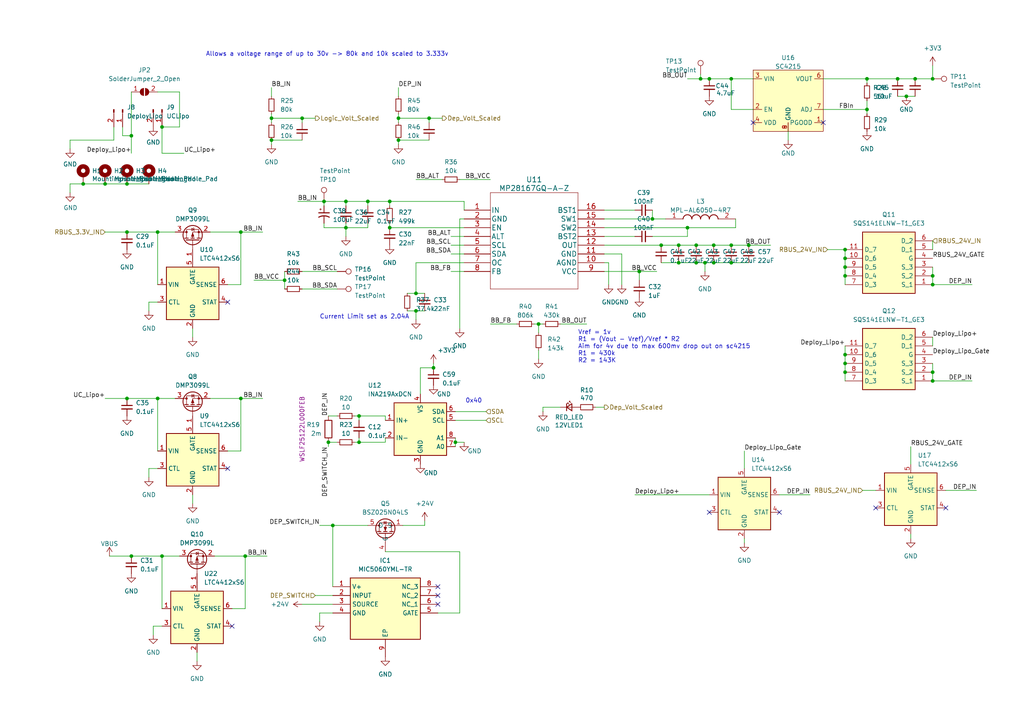
<source format=kicad_sch>
(kicad_sch (version 20231120) (generator "eeschema") (generator_version "8.0")
  (paper "A4")
  (junction (at 270.51 110.49))
  (junction (at 251.46 22.86))
  (junction (at 201.93 71.12))
  (junction (at 87.63 34.29))
  (junction (at 124.46 34.29))
  (junction (at 270.51 22.86))
  (junction (at 78.74 34.29))
  (junction (at 189.23 63.5))
  (junction (at 24.13 53.34))
  (junction (at 38.1 161.29))
  (junction (at 199.39 66.04))
  (junction (at 270.51 107.95))
  (junction (at 245.11 105.41))
  (junction (at 217.17 71.12))
  (junction (at 132.08 128.27))
  (junction (at 45.72 67.31))
  (junction (at 212.09 76.2))
  (junction (at 120.65 85.09))
  (junction (at 245.11 102.87))
  (junction (at 71.12 161.29))
  (junction (at 115.57 34.29))
  (junction (at 212.09 71.12))
  (junction (at 245.11 72.39))
  (junction (at 100.33 58.42))
  (junction (at 120.65 90.17))
  (junction (at 38.1 39.37))
  (junction (at 106.68 58.42))
  (junction (at 82.55 81.28))
  (junction (at 104.14 120.65))
  (junction (at 207.01 76.2))
  (junction (at 36.83 67.31))
  (junction (at 196.85 76.2))
  (junction (at 260.35 22.86))
  (junction (at 156.21 93.98))
  (junction (at 93.98 58.42))
  (junction (at 96.52 152.4))
  (junction (at 45.72 115.57))
  (junction (at 113.03 58.42))
  (junction (at 201.93 76.2))
  (junction (at 203.2 22.86))
  (junction (at 69.85 67.31))
  (junction (at 245.11 80.01))
  (junction (at 270.51 80.01))
  (junction (at 205.74 22.86))
  (junction (at 262.89 27.94))
  (junction (at 36.83 115.57))
  (junction (at 270.51 82.55))
  (junction (at 78.74 40.64))
  (junction (at 125.73 106.68))
  (junction (at 204.47 76.2))
  (junction (at 95.25 128.27))
  (junction (at 69.85 115.57))
  (junction (at 115.57 40.64))
  (junction (at 251.46 31.75))
  (junction (at 46.99 161.29))
  (junction (at 100.33 66.04))
  (junction (at 36.83 53.34))
  (junction (at 191.77 71.12))
  (junction (at 207.01 71.12))
  (junction (at 104.14 128.27))
  (junction (at 185.42 78.74))
  (junction (at 30.48 53.34))
  (junction (at 196.85 71.12))
  (junction (at 245.11 107.95))
  (junction (at 265.43 22.86))
  (junction (at 245.11 77.47))
  (junction (at 46.99 36.83))
  (junction (at 245.11 74.93))
  (junction (at 113.03 66.04))
  (junction (at 212.09 22.86))
  (no_connect (at 226.06 148.59))
  (no_connect (at 205.74 148.59))
  (no_connect (at 67.31 181.61))
  (no_connect (at 127 170.18))
  (no_connect (at 274.32 147.32))
  (no_connect (at 66.04 135.89))
  (no_connect (at 238.76 35.56))
  (no_connect (at 218.44 35.56))
  (no_connect (at 127 175.26))
  (no_connect (at 127 172.72))
  (no_connect (at 254 147.32))
  (no_connect (at 66.04 87.63))
  (wire (pts (xy 270.51 80.01) (xy 270.51 82.55)))
  (wire (pts (xy 78.74 34.29) (xy 87.63 34.29)))
  (wire (pts (xy 113.03 58.42) (xy 134.62 58.42)))
  (wire (pts (xy 132.08 127) (xy 132.08 128.27)))
  (wire (pts (xy 87.63 83.82) (xy 97.79 83.82)))
  (wire (pts (xy 71.12 161.29) (xy 71.12 176.53)))
  (wire (pts (xy 45.72 115.57) (xy 45.72 130.81)))
  (wire (pts (xy 191.77 76.2) (xy 196.85 76.2)))
  (wire (pts (xy 82.55 78.74) (xy 82.55 81.28)))
  (wire (pts (xy 104.14 127) (xy 104.14 128.27)))
  (wire (pts (xy 207.01 76.2) (xy 212.09 76.2)))
  (wire (pts (xy 104.14 128.27) (xy 111.76 128.27)))
  (wire (pts (xy 124.46 35.56) (xy 124.46 34.29)))
  (wire (pts (xy 111.76 120.65) (xy 111.76 121.92)))
  (wire (pts (xy 130.81 68.58) (xy 134.62 68.58)))
  (wire (pts (xy 120.65 85.09) (xy 123.19 85.09)))
  (wire (pts (xy 212.09 71.12) (xy 217.17 71.12)))
  (wire (pts (xy 60.96 67.31) (xy 69.85 67.31)))
  (wire (pts (xy 111.76 128.27) (xy 111.76 127)))
  (wire (pts (xy 251.46 22.86) (xy 251.46 24.13)))
  (wire (pts (xy 100.33 66.04) (xy 106.68 66.04)))
  (wire (pts (xy 100.33 66.04) (xy 100.33 64.77)))
  (wire (pts (xy 124.46 34.29) (xy 128.27 34.29)))
  (wire (pts (xy 245.11 77.47) (xy 245.11 80.01)))
  (wire (pts (xy 38.1 39.37) (xy 38.1 44.45)))
  (wire (pts (xy 78.74 40.64) (xy 87.63 40.64)))
  (wire (pts (xy 106.68 58.42) (xy 100.33 58.42)))
  (wire (pts (xy 71.12 176.53) (xy 67.31 176.53)))
  (wire (pts (xy 133.35 52.07) (xy 142.24 52.07)))
  (wire (pts (xy 228.6 40.64) (xy 228.6 38.1)))
  (wire (pts (xy 132.08 128.27) (xy 134.62 128.27)))
  (wire (pts (xy 100.33 66.04) (xy 100.33 68.58)))
  (wire (pts (xy 217.17 71.12) (xy 223.52 71.12)))
  (wire (pts (xy 93.98 66.04) (xy 93.98 64.77)))
  (wire (pts (xy 212.09 22.86) (xy 212.09 31.75)))
  (wire (pts (xy 20.32 40.64) (xy 33.02 40.64)))
  (wire (pts (xy 213.36 66.04) (xy 213.36 63.5)))
  (wire (pts (xy 175.26 78.74) (xy 185.42 78.74)))
  (wire (pts (xy 115.57 34.29) (xy 115.57 33.02)))
  (wire (pts (xy 20.32 53.34) (xy 20.32 55.88)))
  (wire (pts (xy 20.32 40.64) (xy 20.32 43.18)))
  (wire (pts (xy 121.92 114.3) (xy 121.92 106.68)))
  (wire (pts (xy 238.76 22.86) (xy 251.46 22.86)))
  (wire (pts (xy 264.16 129.54) (xy 264.16 134.62)))
  (wire (pts (xy 106.68 66.04) (xy 106.68 64.77)))
  (wire (pts (xy 100.33 58.42) (xy 100.33 59.69)))
  (wire (pts (xy 36.83 67.31) (xy 45.72 67.31)))
  (wire (pts (xy 130.81 78.74) (xy 134.62 78.74)))
  (wire (pts (xy 38.1 26.67) (xy 38.1 39.37)))
  (wire (pts (xy 71.12 161.29) (xy 77.47 161.29)))
  (wire (pts (xy 115.57 40.64) (xy 115.57 41.91)))
  (wire (pts (xy 43.18 90.17) (xy 43.18 87.63)))
  (wire (pts (xy 120.65 52.07) (xy 128.27 52.07)))
  (wire (pts (xy 212.09 22.86) (xy 218.44 22.86)))
  (wire (pts (xy 92.71 180.34) (xy 92.71 177.8)))
  (wire (pts (xy 175.26 76.2) (xy 176.53 76.2)))
  (wire (pts (xy 52.07 26.67) (xy 52.07 36.83)))
  (wire (pts (xy 69.85 67.31) (xy 76.2 67.31)))
  (wire (pts (xy 204.47 76.2) (xy 207.01 76.2)))
  (wire (pts (xy 106.68 58.42) (xy 106.68 59.69)))
  (wire (pts (xy 175.26 71.12) (xy 191.77 71.12)))
  (wire (pts (xy 199.39 66.04) (xy 213.36 66.04)))
  (wire (pts (xy 226.06 143.51) (xy 234.95 143.51)))
  (wire (pts (xy 185.42 78.74) (xy 185.42 81.28)))
  (wire (pts (xy 91.44 172.72) (xy 96.52 172.72)))
  (wire (pts (xy 115.57 40.64) (xy 124.46 40.64)))
  (wire (pts (xy 133.35 63.5) (xy 133.35 95.25)))
  (wire (pts (xy 30.48 67.31) (xy 36.83 67.31)))
  (wire (pts (xy 281.94 110.49) (xy 270.51 110.49)))
  (wire (pts (xy 245.11 102.87) (xy 245.11 105.41)))
  (wire (pts (xy 115.57 25.4) (xy 115.57 27.94)))
  (wire (pts (xy 55.88 95.25) (xy 55.88 97.79)))
  (wire (pts (xy 57.15 189.23) (xy 57.15 191.77)))
  (wire (pts (xy 132.08 121.92) (xy 140.97 121.92)))
  (wire (pts (xy 154.94 93.98) (xy 156.21 93.98)))
  (wire (pts (xy 92.71 177.8) (xy 96.52 177.8)))
  (wire (pts (xy 203.2 22.86) (xy 205.74 22.86)))
  (wire (pts (xy 133.35 160.02) (xy 133.35 177.8)))
  (wire (pts (xy 251.46 29.21) (xy 251.46 31.75)))
  (wire (pts (xy 245.11 107.95) (xy 245.11 110.49)))
  (wire (pts (xy 35.56 39.37) (xy 35.56 36.83)))
  (wire (pts (xy 43.18 87.63) (xy 45.72 87.63)))
  (wire (pts (xy 38.1 161.29) (xy 46.99 161.29)))
  (wire (pts (xy 45.72 67.31) (xy 45.72 82.55)))
  (wire (pts (xy 44.45 181.61) (xy 46.99 181.61)))
  (wire (pts (xy 120.65 90.17) (xy 120.65 92.71)))
  (wire (pts (xy 69.85 130.81) (xy 66.04 130.81)))
  (wire (pts (xy 270.51 107.95) (xy 270.51 110.49)))
  (wire (pts (xy 86.36 58.42) (xy 93.98 58.42)))
  (wire (pts (xy 78.74 25.4) (xy 78.74 27.94)))
  (wire (pts (xy 36.83 115.57) (xy 45.72 115.57)))
  (wire (pts (xy 201.93 76.2) (xy 204.47 76.2)))
  (wire (pts (xy 175.26 68.58) (xy 184.15 68.58)))
  (wire (pts (xy 45.72 26.67) (xy 52.07 26.67)))
  (wire (pts (xy 245.11 74.93) (xy 245.11 77.47)))
  (wire (pts (xy 203.2 21.59) (xy 203.2 22.86)))
  (wire (pts (xy 44.45 184.15) (xy 44.45 181.61)))
  (wire (pts (xy 274.32 142.24) (xy 283.21 142.24)))
  (wire (pts (xy 69.85 67.31) (xy 69.85 82.55)))
  (wire (pts (xy 78.74 34.29) (xy 78.74 33.02)))
  (wire (pts (xy 125.73 105.41) (xy 125.73 106.68)))
  (wire (pts (xy 260.35 27.94) (xy 262.89 27.94)))
  (wire (pts (xy 250.19 142.24) (xy 254 142.24)))
  (wire (pts (xy 142.24 93.98) (xy 149.86 93.98)))
  (wire (pts (xy 95.25 120.65) (xy 97.79 120.65)))
  (wire (pts (xy 35.56 39.37) (xy 38.1 39.37)))
  (wire (pts (xy 270.51 19.05) (xy 270.51 22.86)))
  (wire (pts (xy 46.99 161.29) (xy 52.07 161.29)))
  (wire (pts (xy 180.34 73.66) (xy 180.34 82.55)))
  (wire (pts (xy 212.09 31.75) (xy 218.44 31.75)))
  (wire (pts (xy 207.01 71.12) (xy 212.09 71.12)))
  (wire (pts (xy 205.74 22.86) (xy 212.09 22.86)))
  (wire (pts (xy 121.92 106.68) (xy 125.73 106.68)))
  (wire (pts (xy 87.63 35.56) (xy 87.63 34.29)))
  (wire (pts (xy 270.51 69.85) (xy 270.51 72.39)))
  (wire (pts (xy 116.84 152.4) (xy 123.19 152.4)))
  (wire (pts (xy 238.76 31.75) (xy 251.46 31.75)))
  (wire (pts (xy 184.15 143.51) (xy 205.74 143.51)))
  (wire (pts (xy 95.25 128.27) (xy 97.79 128.27)))
  (wire (pts (xy 245.11 80.01) (xy 245.11 82.55)))
  (wire (pts (xy 113.03 64.77) (xy 113.03 66.04)))
  (wire (pts (xy 45.72 115.57) (xy 50.8 115.57)))
  (wire (pts (xy 215.9 130.81) (xy 215.9 135.89)))
  (wire (pts (xy 111.76 160.02) (xy 133.35 160.02)))
  (wire (pts (xy 260.35 22.86) (xy 265.43 22.86)))
  (wire (pts (xy 93.98 66.04) (xy 100.33 66.04)))
  (wire (pts (xy 73.66 81.28) (xy 82.55 81.28)))
  (wire (pts (xy 262.89 27.94) (xy 265.43 27.94)))
  (wire (pts (xy 162.56 93.98) (xy 170.18 93.98)))
  (wire (pts (xy 199.39 22.86) (xy 203.2 22.86)))
  (wire (pts (xy 123.19 151.13) (xy 123.19 152.4)))
  (wire (pts (xy 130.81 71.12) (xy 134.62 71.12)))
  (wire (pts (xy 245.11 105.41) (xy 245.11 107.95)))
  (wire (pts (xy 100.33 58.42) (xy 93.98 58.42)))
  (wire (pts (xy 36.83 53.34) (xy 43.18 53.34)))
  (wire (pts (xy 175.26 63.5) (xy 189.23 63.5)))
  (wire (pts (xy 264.16 154.94) (xy 264.16 156.21)))
  (wire (pts (xy 96.52 152.4) (xy 96.52 170.18)))
  (wire (pts (xy 176.53 76.2) (xy 176.53 82.55)))
  (wire (pts (xy 196.85 71.12) (xy 201.93 71.12)))
  (wire (pts (xy 43.18 135.89) (xy 45.72 135.89)))
  (wire (pts (xy 156.21 93.98) (xy 157.48 93.98)))
  (wire (pts (xy 82.55 81.28) (xy 82.55 83.82)))
  (wire (pts (xy 245.11 72.39) (xy 245.11 74.93)))
  (wire (pts (xy 115.57 35.56) (xy 115.57 34.29)))
  (wire (pts (xy 102.87 128.27) (xy 104.14 128.27)))
  (wire (pts (xy 87.63 78.74) (xy 97.79 78.74)))
  (wire (pts (xy 196.85 76.2) (xy 201.93 76.2)))
  (wire (pts (xy 133.35 63.5) (xy 134.62 63.5)))
  (wire (pts (xy 120.65 90.17) (xy 123.19 90.17)))
  (wire (pts (xy 162.56 118.11) (xy 157.48 118.11)))
  (wire (pts (xy 215.9 156.21) (xy 215.9 157.48)))
  (wire (pts (xy 132.08 119.38) (xy 140.97 119.38)))
  (wire (pts (xy 69.85 115.57) (xy 76.2 115.57)))
  (wire (pts (xy 157.48 118.11) (xy 157.48 119.38)))
  (wire (pts (xy 78.74 35.56) (xy 78.74 34.29)))
  (wire (pts (xy 175.26 66.04) (xy 199.39 66.04)))
  (wire (pts (xy 46.99 36.83) (xy 46.99 44.45)))
  (wire (pts (xy 120.65 76.2) (xy 134.62 76.2)))
  (wire (pts (xy 185.42 78.74) (xy 190.5 78.74)))
  (wire (pts (xy 30.48 115.57) (xy 36.83 115.57)))
  (wire (pts (xy 189.23 63.5) (xy 193.04 63.5)))
  (wire (pts (xy 46.99 44.45) (xy 53.34 44.45)))
  (wire (pts (xy 52.07 36.83) (xy 46.99 36.83)))
  (wire (pts (xy 92.71 152.4) (xy 96.52 152.4)))
  (wire (pts (xy 156.21 93.98) (xy 156.21 96.52)))
  (wire (pts (xy 270.51 97.79) (xy 270.51 100.33)))
  (wire (pts (xy 62.23 161.29) (xy 71.12 161.29)))
  (wire (pts (xy 30.48 53.34) (xy 36.83 53.34)))
  (wire (pts (xy 95.25 128.27) (xy 95.25 129.54)))
  (wire (pts (xy 130.81 73.66) (xy 134.62 73.66)))
  (wire (pts (xy 87.63 175.26) (xy 96.52 175.26)))
  (wire (pts (xy 43.18 138.43) (xy 43.18 135.89)))
  (wire (pts (xy 270.51 105.41) (xy 270.51 107.95)))
  (wire (pts (xy 204.47 76.2) (xy 204.47 78.74)))
  (wire (pts (xy 270.51 82.55) (xy 281.94 82.55)))
  (wire (pts (xy 156.21 101.6) (xy 156.21 104.14)))
  (wire (pts (xy 31.75 161.29) (xy 38.1 161.29)))
  (wire (pts (xy 46.99 161.29) (xy 46.99 176.53)))
  (wire (pts (xy 189.23 63.5) (xy 189.23 60.96)))
  (wire (pts (xy 106.68 58.42) (xy 113.03 58.42)))
  (wire (pts (xy 270.51 77.47) (xy 270.51 80.01)))
  (wire (pts (xy 120.65 85.09) (xy 118.11 85.09)))
  (wire (pts (xy 175.26 60.96) (xy 184.15 60.96)))
  (wire (pts (xy 104.14 120.65) (xy 111.76 120.65)))
  (wire (pts (xy 96.52 152.4) (xy 106.68 152.4)))
  (wire (pts (xy 251.46 31.75) (xy 251.46 33.02)))
  (wire (pts (xy 93.98 58.42) (xy 93.98 59.69)))
  (wire (pts (xy 199.39 68.58) (xy 199.39 66.04)))
  (wire (pts (xy 113.03 58.42) (xy 113.03 59.69)))
  (wire (pts (xy 24.13 53.34) (xy 30.48 53.34)))
  (wire (pts (xy 191.77 71.12) (xy 196.85 71.12)))
  (wire (pts (xy 78.74 40.64) (xy 78.74 41.91)))
  (wire (pts (xy 212.09 76.2) (xy 217.17 76.2)))
  (wire (pts (xy 120.65 76.2) (xy 120.65 85.09)))
  (wire (pts (xy 175.26 118.11) (xy 172.72 118.11)))
  (wire (pts (xy 265.43 22.86) (xy 270.51 22.86)))
  (wire (pts (xy 60.96 115.57) (xy 69.85 115.57)))
  (wire (pts (xy 118.11 90.17) (xy 120.65 90.17)))
  (wire (pts (xy 251.46 22.86) (xy 260.35 22.86)))
  (wire (pts (xy 113.03 66.04) (xy 134.62 66.04)))
  (wire (pts (xy 102.87 120.65) (xy 104.14 120.65)))
  (wire (pts (xy 245.11 100.33) (xy 245.11 102.87)))
  (wire (pts (xy 104.14 120.65) (xy 104.14 121.92)))
  (wire (pts (xy 115.57 34.29) (xy 124.46 34.29)))
  (wire (pts (xy 133.35 177.8) (xy 127 177.8)))
  (wire (pts (xy 240.03 72.39) (xy 245.11 72.39)))
  (wire (pts (xy 175.26 73.66) (xy 180.34 73.66)))
  (wire (pts (xy 69.85 115.57) (xy 69.85 130.81)))
  (wire (pts (xy 55.88 143.51) (xy 55.88 146.05)))
  (wire (pts (xy 201.93 71.12) (xy 207.01 71.12)))
  (wire (pts (xy 24.13 53.34) (xy 20.32 53.34)))
  (wire (pts (xy 134.62 58.42) (xy 134.62 60.96)))
  (wire (pts (xy 189.23 68.58) (xy 199.39 68.58)))
  (wire (pts (xy 87.63 34.29) (xy 91.44 34.29)))
  (wire (pts (xy 33.02 40.64) (xy 33.02 36.83)))
  (wire (pts (xy 132.08 128.27) (xy 132.08 129.54)))
  (wire (pts (xy 45.72 67.31) (xy 50.8 67.31)))
  (wire (pts (xy 69.85 82.55) (xy 66.04 82.55)))
  (text "0x40" (at 137.414 116.332 0) (effects (font (size 1.27 1.27))))
  (text "Allows a voltage range of up to 30v -> 80k and 10k scaled to 3.333v" (at 59.69 16.51 0) (effects (font (size 1.27 1.27)) (justify left bottom)))
  (text "Vref = 1v\nR1 = (Vout - Vref)/Vref * R2\nAim for 4v due to max 600mv drop out on sc4215 \nR1 = 430k\nR2 = 143K" (at 167.64 105.41 0) (effects (font (size 1.27 1.27)) (justify left bottom)))
  (text "Current Limit set as 2.04A" (at 92.71 92.71 0) (effects (font (size 1.27 1.27)) (justify left bottom)))
  (label "RBUS_24V_GATE" (at 264.16 129.54 0))
  (label "Deploy_Lipo+" (at 38.1 44.45 180))
  (label "Deploy_Lipo+" (at 270.51 97.79 0))
  (label "BB_VCC" (at 190.5 78.74 180))
  (label "DEP_IN" (at 283.21 142.24 180))
  (label "BB_ALT" (at 120.65 52.07 0))
  (label "BB_IN" (at 78.74 25.4 0))
  (label "UC_Lipo+" (at 30.48 115.57 180))
  (label "DEP_IN" (at 95.25 120.65 90))
  (label "FBIn" (at 247.65 31.75 180))
  (label "BB_SDA" (at 97.79 83.82 180))
  (label "BB_SCL" (at 97.79 78.74 180))
  (label "DEP_SWITCH_IN" (at 95.25 129.54 270))
  (label "BB_OUT" (at 170.18 93.98 180))
  (label "BB_FB" (at 130.81 78.74 180))
  (label "DEP_IN" (at 234.95 143.51 180))
  (label "BB_IN" (at 76.2 67.31 180))
  (label "BB_OUT" (at 223.52 71.12 180))
  (label "BB_VCC" (at 142.24 52.07 180))
  (label "BB_IN" (at 77.47 161.29 180))
  (label "BB_OUT" (at 199.39 22.86 180))
  (label "BB_IN" (at 76.2 115.57 180))
  (label "Deploy_Lipo+" (at 245.11 100.33 180))
  (label "BB_FB" (at 142.24 93.98 0))
  (label "BB_ALT" (at 130.81 68.58 180))
  (label "BB_SDA" (at 130.81 73.66 180))
  (label "DEP_IN" (at 281.94 82.55 180))
  (label "DEP_IN" (at 281.94 110.49 180))
  (label "Deploy_Lipo_Gate" (at 270.51 102.87 0))
  (label "UC_Lipo+" (at 53.34 44.45 0))
  (label "BB_IN" (at 86.36 58.42 0))
  (label "BB_VCC" (at 73.66 81.28 0))
  (label "BB_SCL" (at 130.81 71.12 180))
  (label "Deploy_Lipo+" (at 184.15 143.51 0))
  (label "RBUS_24V_GATE" (at 270.51 74.93 0))
  (label "DEP_IN" (at 115.57 25.4 0))
  (label "DEP_SWITCH_IN" (at 92.71 152.4 180))
  (label "Deploy_Lipo_Gate" (at 215.9 130.81 0))
  (hierarchical_label "DEP_SWITCH" (shape input) (at 91.44 172.72 180))
  (hierarchical_label "Dep_Volt_Scaled" (shape output) (at 128.27 34.29 0))
  (hierarchical_label "SDA" (shape input) (at 140.97 119.38 0))
  (hierarchical_label "RBUS_3.3V_IN" (shape input) (at 30.48 67.31 180))
  (hierarchical_label "RBUS_24V_IN" (shape input) (at 250.19 142.24 180))
  (hierarchical_label "RBUS_24V_IN" (shape input) (at 240.03 72.39 180))
  (hierarchical_label "Dep_Volt_Scaled" (shape output) (at 175.26 118.11 0))
  (hierarchical_label "RBUS_24V_IN" (shape input) (at 270.51 69.85 0))
  (hierarchical_label "SCL" (shape input) (at 140.97 121.92 0))
  (hierarchical_label "Logic_Volt_Scaled" (shape output) (at 91.44 34.29 0))
  (symbol (lib_id "Device:R") (at 95.25 124.46 0) (unit 1)
    (property "Reference" "R19" (at 88.9 123.19 0) (effects (justify left)))
    (property "Value" "2m" (at 90.17 125.73 0) (effects (justify left)))
    (property "Footprint" "Resistor_SMD:R_2512_6332Metric_Pad1.40x3.35mm_HandSolder" (effects (hide yes)))
    (property "Part Number" "WSLF25122L000FEB" (at 87.63 124.46 90))
  )
  (symbol (lib_id "Device:C_Small") (at 113.03 68.58 0) (unit 1)
    (property "Reference" "C30" (at 115.57 67.9513 0) (effects (justify left)))
    (property "Value" "22nF" (at 115.57 70.4913 0) (effects (justify left)))
    (property "Footprint" "Capacitor_SMD:C_0402_1005Metric" (effects (hide yes)))
  )
  (symbol (lib_id "Device:R_Small") (at 85.09 83.82 90) (unit 1)
    (property "Reference" "R44" (at 85.09 78.74 90))
    (property "Value" "10k" (at 85.09 81.28 90))
    (property "Footprint" "Capacitor_SMD:C_0402_1005Metric" (effects (hide yes)))
  )
  (symbol (lib_id "Connector:TestPoint") (at 203.2 21.59 0) (unit 1)
    (property "Reference" "TP13" (at 193.04 17.78 0) (effects (justify left)))
    (property "Value" "TestPoint" (at 193.04 20.3169 0) (effects (justify left)))
    (property "Footprint" "TestPoint:TestPoint_Pad_D2.0mm" (effects (hide yes)))
  )
  (symbol (lib_id "Device:Q_PMOS_GSD") (at 55.88 118.11 90) (unit 1)
    (property "Reference" "Q8" (at 55.88 109.22 90))
    (property "Value" "DMP3099L" (at 55.88 111.76 90))
    (property "Footprint" "Package_TO_SOT_SMD:SOT-23" (effects (hide yes)))
  )
  (symbol (lib_id "power:VBUS") (at 31.75 161.29 0) (unit 1)
    (property "Reference" "#PWR0135" (effects (hide yes)))
    (property "Value" "VBUS" (at 31.75 157.7142 0))
  )
  (symbol (lib_id "Device:C_Small") (at 265.43 25.4 180) (unit 1)
    (property "Reference" "C46" (effects (hide yes)))
    (property "Value" "0.1uF" (effects (hide yes)))
    (property "Footprint" "Capacitor_SMD:C_0402_1005Metric" (effects (hide yes)))
  )
  (symbol (lib_id "Device:R_Small") (at 118.11 87.63 0) (unit 1)
    (property "Reference" "R37" (at 120.65 86.995 0) (effects (justify left)))
    (property "Value" "37.4k" (at 120.65 89.535 0) (effects (justify left)))
    (property "Footprint" "Capacitor_SMD:C_0402_1005Metric" (effects (hide yes)))
  )
  (symbol (lib_id "Device:C_Small") (at 100.33 62.23 0) (unit 1)
    (property "Reference" "C36" (at 102.87 61.6013 0) (effects (justify left)))
    (property "Value" "22uF" (at 102.87 64.1413 0) (effects (justify left)))
    (property "Footprint" "Capacitor_SMD:C_0805_2012Metric" (effects (hide yes)))
  )
  (symbol (lib_id "Device:R_Small") (at 113.03 62.23 0) (unit 1)
    (property "Reference" "R27" (at 115.57 61.595 0) (effects (justify left)))
    (property "Value" "499k" (at 115.57 64.135 0) (effects (justify left)))
    (property "Footprint" "Capacitor_SMD:C_0402_1005Metric" (effects (hide yes)))
  )
  (symbol (lib_id "Device:C_Small") (at 217.17 73.66 0) (unit 1)
    (property "Reference" "C57" (at 219.71 73.0313 0) (effects (justify left)))
    (property "Value" "22uF" (at 219.71 75.5713 0) (effects (justify left)))
    (property "Footprint" "Capacitor_SMD:C_0402_1005Metric" (effects (hide yes)))
  )
  (symbol (lib_id "power:GND") (at 264.16 156.21 0) (unit 1)
    (property "Reference" "#PWR0109" (effects (hide yes)))
    (property "Value" "GND" (at 264.16 161.29 0))
  )
  (symbol (lib_id "Device:R_Small") (at 115.57 30.48 0) (unit 1)
    (property "Reference" "R45" (at 118.11 29.2099 0) (effects (justify left)))
    (property "Value" "80k" (at 118.11 31.7499 0) (effects (justify left)))
    (property "Footprint" "Resistor_SMD:R_0402_1005Metric" (effects (hide yes)))
  )
  (symbol (lib_id "Device:C_Small") (at 212.09 73.66 0) (unit 1)
    (property "Reference" "C48" (at 214.63 73.0313 0) (effects (justify left)))
    (property "Value" "22uF" (at 214.63 75.5713 0) (effects (justify left)))
    (property "Footprint" "Capacitor_SMD:C_0402_1005Metric" (effects (hide yes)))
  )
  (symbol (lib_id "Connector:TestPoint") (at 93.98 58.42 0) (unit 1)
    (property "Reference" "TP10" (at 92.71 52.07 0) (effects (justify left)))
    (property "Value" "TestPoint" (at 92.71 49.5331 0) (effects (justify left)))
    (property "Footprint" "TestPoint:TestPoint_Pad_D2.0mm" (effects (hide yes)))
  )
  (symbol (lib_id "Device:Q_PMOS_GSD") (at 55.88 69.85 90) (unit 1)
    (property "Reference" "Q9" (at 55.88 60.96 90))
    (property "Value" "DMP3099L" (at 55.88 63.5 90))
    (property "Footprint" "Package_TO_SOT_SMD:SOT-23" (effects (hide yes)))
  )
  (symbol (lib_name "GND_12") (lib_id "power:GND") (at 156.21 104.14 0) (unit 1)
    (property "Reference" "#PWR097" (effects (hide yes)))
    (property "Value" "GND" (at 156.21 109.22 0))
  )
  (symbol (lib_id "Device:R_Small") (at 251.46 35.56 0) (unit 1)
    (property "Reference" "R29" (at 253.474 34.8097 0) (effects (justify left)))
    (property "Value" "10k" (at 253.474 37.3497 0) (effects (justify left)))
    (property "Footprint" "Resistor_SMD:R_0402_1005Metric" (effects (hide yes)))
  )
  (symbol (lib_id "Mechanical:MountingHole_Pad") (at 30.48 50.8 0) (unit 1)
    (property "Reference" "H2" (at 33.02 49.5554 0) (effects (justify left)))
    (property "Value" "MountingHole_Pad" (at 33.02 51.8668 0) (effects (justify left)))
    (property "Footprint" "MountingHole:MountingHole_3.2mm_M3_DIN965_Pad" (effects (hide yes)))
  )
  (symbol (lib_id "Device:C_Small") (at 36.83 118.11 0) (unit 1)
    (property "Reference" "C35" (at 39.37 116.8462 0) (effects (justify left)))
    (property "Value" "0.1uF" (at 39.37 119.3862 0) (effects (justify left)))
    (property "Footprint" "Capacitor_SMD:C_0402_1005Metric" (effects (hide yes)))
  )
  (symbol (lib_id "Connector:TestPoint") (at 97.79 78.74 270) (unit 1)
    (property "Reference" "TP16" (at 102.87 78.105 90) (effects (justify left)))
    (property "Value" "TestPoint" (at 102.87 80.645 90) (effects (justify left)))
    (property "Footprint" "TestPoint:TestPoint_Pad_D1.0mm" (effects (hide yes)))
  )
  (symbol (lib_name "GND_10") (lib_id "power:GND") (at 180.34 82.55 0) (unit 1)
    (property "Reference" "#PWR095" (effects (hide yes)))
    (property "Value" "GND" (at 180.34 87.63 0))
  )
  (symbol (lib_name "GND_4") (lib_id "power:GND") (at 133.35 95.25 0) (unit 1)
    (property "Reference" "#PWR082" (effects (hide yes)))
    (property "Value" "GND" (at 133.35 100.33 0))
  )
  (symbol (lib_name "GND_1") (lib_id "power:GND") (at 43.18 90.17 0) (unit 1)
    (property "Reference" "#PWR086" (effects (hide yes)))
    (property "Value" "GND" (at 43.18 95.25 0))
  )
  (symbol (lib_id "Device:C_Small") (at 125.73 109.22 0) (unit 1)
    (property "Reference" "C59" (at 128.27 108.5913 0) (effects (justify left)))
    (property "Value" "0.1uF" (at 128.27 111.1313 0) (effects (justify left)))
    (property "Footprint" "Capacitor_SMD:C_0402_1005Metric" (effects (hide yes)))
  )
  (symbol (lib_name "GND_6") (lib_id "power:GND") (at 185.42 86.36 0) (unit 1)
    (property "Reference" "#PWR089" (effects (hide yes)))
    (property "Value" "GND" (at 185.42 91.44 0))
  )
  (symbol (lib_id "Power_Management:LTC4412xS6") (at 57.15 179.07 0) (unit 1)
    (property "Reference" "U22" (at 59.1694 166.37 0) (effects (justify left)))
    (property "Value" "LTC4412xS6" (at 59.1694 168.91 0) (effects (justify left)))
    (property "Footprint" "Package_TO_SOT_SMD:TSOT-23-6" (effects (hide yes)))
    (property "Datasheet" "https://www.analog.com/media/en/technical-documentation/data-sheets/4412fb.pdf" (effects (hide yes)))
  )
  (symbol (lib_id "Connector:TestPoint") (at 270.51 22.86 270) (unit 1)
    (property "Reference" "TP11" (at 275.59 22.225 90) (effects (justify left)))
    (property "Value" "TestPoint" (at 275.59 24.765 90) (effects (justify left)))
    (property "Footprint" "TestPoint:TestPoint_Pad_D2.0mm" (effects (hide yes)))
  )
  (symbol (lib_id "power:GND") (at 20.32 55.88 0) (unit 1)
    (property "Reference" "#PWR079" (effects (hide yes)))
    (property "Value" "GND" (at 20.447 60.2742 0))
  )
  (symbol (lib_id "Device:C_Small") (at 196.85 73.66 0) (unit 1)
    (property "Reference" "C42" (at 199.39 73.0313 0) (effects (justify left)))
    (property "Value" "22uF" (at 199.39 75.5713 0) (effects (justify left)))
    (property "Footprint" "Capacitor_SMD:C_0402_1005Metric" (effects (hide yes)))
  )
  (symbol (lib_name "GND_1") (lib_id "power:GND") (at 43.18 138.43 0) (unit 1)
    (property "Reference" "#PWR0132" (effects (hide yes)))
    (property "Value" "GND" (at 43.18 143.51 0))
  )
  (symbol (lib_name "GND_11") (lib_id "power:GND") (at 204.47 78.74 0) (unit 1)
    (property "Reference" "#PWR096" (effects (hide yes)))
    (property "Value" "GND" (at 204.47 83.82 0))
  )
  (symbol (lib_id "power:+3.3V") (at 125.73 105.41 0) (unit 1)
    (property "Reference" "#PWR0104" (effects (hide yes)))
    (property "Value" "+3V3" (at 129.54 101.6 0))
  )
  (symbol (lib_id "Device:LED_Small") (at 165.1 118.11 0) (unit 1)
    (property "Reference" "12VLED1" (at 165.1 123.317 0))
    (property "Value" "RED_LED" (at 165.1 121.0056 0))
    (property "Footprint" "LED_SMD:LED_0402_1005Metric" (effects (hide yes)))
  )
  (symbol (lib_id "Power_Management:LTC4412xS6") (at 55.88 85.09 0) (unit 1)
    (property "Reference" "U10" (at 57.8994 72.39 0) (effects (justify left)))
    (property "Value" "LTC4412xS6" (at 57.8994 74.93 0) (effects (justify left)))
    (property "Footprint" "Package_TO_SOT_SMD:TSOT-23-6" (effects (hide yes)))
    (property "Datasheet" "https://www.analog.com/media/en/technical-documentation/data-sheets/4412fb.pdf" (effects (hide yes)))
  )
  (symbol (lib_id "iclr:MPL-AL6050-4R7") (at 193.04 63.5 0) (unit 1)
    (property "Reference" "L3" (at 203.2 58.42 0))
    (property "Value" "MPL-AL6050-4R7" (at 203.2 60.96 0))
    (property "Footprint" "iclr:MPLAL60504R7" (effects (hide yes)))
    (property "Datasheet" "https://www.monolithicpower.com/en/documentview/productdocument/index/version/2/document_type/Datasheet/lang/en/sku/MPL-AL6050-4R7/document_id/5818/" (effects (hide yes)))
    (property "Height" "5" (effects (hide yes)))
    (property "Manufacturer_Name" "Monolithic Power Systems (MPS)" (effects (hide yes)))
    (property "Manufacturer_Part_Number" "MPL-AL6050-4R7" (effects (hide yes)))
    (property "Mouser Part Number" "946-MPL-AL6050-4R7" (effects (hide yes)))
    (property "Mouser Price/Stock" "https://www.mouser.co.uk/ProductDetail/Monolithic-Power-Systems-MPS/MPL-AL6050-4R7?qs=sPbYRqrBIVlgVVgFJ%2Fjrsw%3D%3D" (effects (hide yes)))
  )
  (symbol (lib_id "power:GND") (at 36.83 72.39 0) (unit 1)
    (property "Reference" "#PWR084" (effects (hide yes)))
    (property "Value" "GND" (at 36.83 77.47 0))
  )
  (symbol (lib_id "power:GND") (at 125.73 111.76 0) (unit 1)
    (property "Reference" "#PWR0105" (effects (hide yes)))
    (property "Value" "GND" (at 130.81 114.3 0) (effects (justify right)))
  )
  (symbol (lib_id "Mechanical:MountingHole_Pad") (at 24.13 50.8 0) (unit 1)
    (property "Reference" "H1" (at 26.67 49.5554 0) (effects (justify left)))
    (property "Value" "MountingHole_Pad" (at 26.67 51.8668 0) (effects (justify left)))
    (property "Footprint" "MountingHole:MountingHole_3.2mm_M3_DIN965_Pad" (effects (hide yes)))
  )
  (symbol (lib_id "Device:R_Small") (at 170.18 118.11 270) (unit 1)
    (property "Reference" "R10" (at 170.18 113.1316 90))
    (property "Value" "470" (at 170.18 115.443 90))
    (property "Footprint" "Resistor_SMD:R_0402_1005Metric" (effects (hide yes)))
  )
  (symbol (lib_name "GND_9") (lib_id "power:GND") (at 176.53 82.55 0) (unit 1)
    (property "Reference" "#PWR094" (effects (hide yes)))
    (property "Value" "GND" (at 176.53 87.63 0))
  )
  (symbol (lib_id "power:GND") (at 262.89 27.94 0) (unit 1)
    (property "Reference" "#PWR0111" (effects (hide yes)))
    (property "Value" "GND" (at 262.89 31.75 0))
  )
  (symbol (lib_id "Power_Management:LTC4412xS6") (at 55.88 133.35 0) (unit 1)
    (property "Reference" "U9" (at 57.8994 120.65 0) (effects (justify left)))
    (property "Value" "LTC4412xS6" (at 57.8994 123.19 0) (effects (justify left)))
    (property "Footprint" "Package_TO_SOT_SMD:TSOT-23-6" (effects (hide yes)))
    (property "Datasheet" "https://www.analog.com/media/en/technical-documentation/data-sheets/4412fb.pdf" (effects (hide yes)))
  )
  (symbol (lib_id "Device:R_Small") (at 130.81 52.07 270) (unit 1)
    (property "Reference" "R36" (at 130.81 46.99 90))
    (property "Value" "10k" (at 130.81 49.53 90))
    (property "Footprint" "Capacitor_SMD:C_0402_1005Metric" (effects (hide yes)))
  )
  (symbol (lib_id "Device:R_Small") (at 115.57 38.1 0) (unit 1)
    (property "Reference" "R46" (at 118.11 36.8299 0) (effects (justify left)))
    (property "Value" "10k" (at 118.11 39.3699 0) (effects (justify left)))
    (property "Footprint" "Resistor_SMD:R_0402_1005Metric" (effects (hide yes)))
  )
  (symbol (lib_id "Device:C_Small") (at 87.63 38.1 180) (unit 1)
    (property "Reference" "C37" (effects (hide yes)))
    (property "Value" "0.1uF" (effects (hide yes)))
    (property "Footprint" "Capacitor_SMD:C_0402_1005Metric" (effects (hide yes)))
  )
  (symbol (lib_id "Device:C_Small") (at 201.93 73.66 0) (unit 1)
    (property "Reference" "C43" (at 204.47 73.0313 0) (effects (justify left)))
    (property "Value" "22uF" (at 204.47 75.5713 0) (effects (justify left)))
    (property "Footprint" "Capacitor_SMD:C_0402_1005Metric" (effects (hide yes)))
  )
  (symbol (lib_id "iclr-hw:MIC5060YML-TR") (at 96.52 170.18 0) (unit 1)
    (property "Reference" "IC1" (at 111.76 162.56 0))
    (property "Value" "MIC5060YML-TR" (at 111.76 165.1 0))
    (property "Footprint" "SON65P300X300X100-9N-D" (effects (hide yes)))
    (property "Datasheet" "http://ww1.microchip.com/downloads/en/DeviceDoc/mic5060.pdf" (effects (hide yes)))
    (property "Description" "Gate Drivers High or Low Side MOSFET Driver" (effects (hide yes)))
    (property "Height" "1" (effects (hide yes)))
    (property "Manufacturer_Name" "Microchip" (effects (hide yes)))
    (property "Manufacturer_Part_Number" "MIC5060YML-TR" (effects (hide yes)))
    (property "Mouser Part Number" "998-MIC5060YMLTR" (effects (hide yes)))
    (property "Mouser Price/Stock" "https://www.mouser.co.uk/ProductDetail/Microchip-Technology-Micrel/MIC5060YML-TR?qs=U6T8BxXiZAXMZOdujl8MxA%3D%3D" (effects (hide yes)))
    (property "Arrow Part Number" "MIC5060YML-TR" (effects (hide yes)))
    (property "Arrow Price/Stock" "https://www.arrow.com/en/products/mic5060yml-tr/microchip-technology" (effects (hide yes)))
  )
  (symbol (lib_id "power:GND") (at 44.45 36.83 0) (unit 1)
    (property "Reference" "#PWR081" (effects (hide yes)))
    (property "Value" "GND" (at 44.45 41.275 0))
  )
  (symbol (lib_id "power:GND") (at 228.6 40.64 0) (unit 1)
    (property "Reference" "#PWR0108" (effects (hide yes)))
    (property "Value" "GND" (at 228.6 44.45 0))
  )
  (symbol (lib_name "GND_13") (lib_id "power:GND") (at 157.48 119.38 0) (unit 1)
    (property "Reference" "#PWR0112" (effects (hide yes)))
    (property "Value" "GND" (at 157.48 124.46 0))
    (property "Description" "Power symbol creates a global label with name \"GND\" , ground" (effects (hide yes)))
  )
  (symbol (lib_id "Device:C_Small") (at 260.35 25.4 180) (unit 1)
    (property "Reference" "C45" (at 254 25.4 0) (effects (justify right)))
    (property "Value" "10uF" (at 254 27.94 0) (effects (justify right)))
    (property "Footprint" "Capacitor_SMD:C_0402_1005Metric" (effects (hide yes)))
  )
  (symbol (lib_id "power:+24V") (at 123.19 151.13 0) (unit 1)
    (property "Reference" "#PWR0107" (effects (hide yes)))
    (property "Value" "+24V" (at 123.19 146.05 0))
    (property "Description" "Power symbol creates a global label with name \"+24V\"" (effects (hide yes)))
  )
  (symbol (lib_id "power:GND") (at 115.57 41.91 0) (unit 1)
    (property "Reference" "#PWR0100" (effects (hide yes)))
    (property "Value" "GND" (at 115.57 46.99 0))
  )
  (symbol (lib_id "Power_Management:LTC4412xS6") (at 215.9 146.05 0) (unit 1)
    (property "Reference" "U14" (at 217.9194 133.35 0) (effects (justify left)))
    (property "Value" "LTC4412xS6" (at 217.9194 135.89 0) (effects (justify left)))
    (property "Footprint" "Package_TO_SOT_SMD:TSOT-23-6" (effects (hide yes)))
    (property "Datasheet" "https://www.analog.com/media/en/technical-documentation/data-sheets/4412fb.pdf" (effects (hide yes)))
  )
  (symbol (lib_id "Device:R_Small") (at 156.21 99.06 0) (unit 1)
    (property "Reference" "R42" (at 158.75 98.425 0) (effects (justify left)))
    (property "Value" "143k" (at 158.75 100.965 0) (effects (justify left)))
    (property "Footprint" "Capacitor_SMD:C_0402_1005Metric" (effects (hide yes)))
  )
  (symbol (lib_id "Connector:Conn_01x02_Male") (at 46.99 31.75 270) (unit 1)
    (property "Reference" "J9" (at 48.26 31.1149 90) (effects (justify left)))
    (property "Value" "UCLipo" (at 48.26 33.6549 90) (effects (justify left)))
    (property "Footprint" "Connector_JST:JST_PH_B2B-PH-K_1x02_P2.00mm_Vertical" (effects (hide yes)))
  )
  (symbol (lib_id "power:GND") (at 215.9 157.48 0) (unit 1)
    (property "Reference" "#PWR0101" (effects (hide yes)))
    (property "Value" "GND" (at 215.9 162.56 0))
  )
  (symbol (lib_id "Sensor_Energy:INA219AxDCN") (at 121.92 124.46 0) (unit 1)
    (property "Reference" "U12" (at 106.68 111.76 0) (effects (justify left)))
    (property "Value" "INA219AxDCN" (at 106.68 114.3 0) (effects (justify left)))
    (property "Footprint" "Package_TO_SOT_SMD:SOT-23-8" (effects (hide yes)))
    (property "Datasheet" "http://www.ti.com/lit/ds/symlink/ina219.pdf" (effects (hide yes)))
  )
  (symbol (lib_id "Device:C_Small") (at 185.42 83.82 0) (unit 1)
    (property "Reference" "C32" (at 187.96 83.1913 0) (effects (justify left)))
    (property "Value" "1uF" (at 187.96 85.7313 0) (effects (justify left)))
    (property "Footprint" "Capacitor_SMD:C_0402_1005Metric" (effects (hide yes)))
  )
  (symbol (lib_id "iclr:MP28167GQ-A-Z") (at 134.62 60.96 0) (unit 1)
    (property "Reference" "U11" (at 154.94 52.07 0) (effects (font (size 1.524 1.524))))
    (property "Value" "MP28167GQ-A-Z" (at 154.94 54.61 0) (effects (font (size 1.524 1.524))))
    (property "Footprint" "iclr:MP28167GQ-A-Z" (effects (hide yes)))
  )
  (symbol (lib_id "iclr:RT9025-25GSP") (at 228.6 21.59 0) (unit 1)
    (property "Reference" "U16" (at 228.6 16.7472 0))
    (property "Value" "SC4215" (at 228.6 19.2841 0))
    (property "Footprint" "iclr:SOIC127P599X175-9N" (effects (hide yes)))
  )
  (symbol (lib_id "power:GND") (at 20.32 43.18 0) (unit 1)
    (property "Reference" "#PWR080" (effects (hide yes)))
    (property "Value" "GND" (at 20.32 47.625 0))
  )
  (symbol (lib_id "iclr-hw:SQS141ELNW-T1_GE3") (at 270.51 110.49 180) (unit 1)
    (property "Reference" "Q12" (at 257.81 90.17 0))
    (property "Value" "SQS141ELNW-T1_GE3" (at 257.81 92.71 0))
    (property "Footprint" "iclr-hw:SQS850ENT1_GE3" (effects (hide yes)))
    (property "Datasheet" "https://www.mouser.it/ProductDetail/Vishay-Semiconductors/SQS141ELNW-T1_GE3?qs=t7xnP681wgUUJh1P9XVDHQ%3D%3D" (effects (hide yes)))
    (property "Description" "Automotive P-Channel 40 V (D-S) 175 C MOSFET" (effects (hide yes)))
    (property "Height" "1.12" (effects (hide yes)))
    (property "Manufacturer_Name" "Vishay" (effects (hide yes)))
    (property "Manufacturer_Part_Number" "SQS141ELNW-T1_GE3" (effects (hide yes)))
    (property "Mouser Part Number" "78-SQS141ELNW-T1_GE3" (effects (hide yes)))
    (property "Mouser Price/Stock" "https://www.mouser.co.uk/ProductDetail/Vishay-Semiconductors/SQS141ELNW-T1_GE3?qs=t7xnP681wgUUJh1P9XVDHQ%3D%3D" (effects (hide yes)))
    (property "Arrow Part Number" "SQS141ELNW-T1_GE3" (effects (hide yes)))
    (property "Arrow Price/Stock" "https://www.arrow.com/en/products/sqs141elnw-t1-ge3/vishay?region=nac" (effects (hide yes)))
  )
  (symbol (lib_id "power:GND") (at 36.83 120.65 0) (unit 1)
    (property "Reference" "#PWR092" (effects (hide yes)))
    (property "Value" "GND" (at 36.83 125.73 0))
  )
  (symbol (lib_id "Jumper:SolderJumper_2_Open") (at 41.91 26.67 0) (unit 1)
    (property "Reference" "JP2" (at 41.91 20.32 0))
    (property "Value" "SolderJumper_2_Open" (at 41.91 22.86 0))
    (property "Footprint" "Jumper:SolderJumper-2_P1.3mm_Open_RoundedPad1.0x1.5mm" (effects (hide yes)))
  )
  (symbol (lib_name "GND_15") (lib_id "power:GND") (at 111.76 190.5 0) (unit 1)
    (property "Reference" "#PWR0115" (effects (hide yes)))
    (property "Value" "GND" (at 111.76 195.58 0))
    (property "Description" "Power symbol creates a global label with name \"GND\" , ground" (effects (hide yes)))
  )
  (symbol (lib_name "GND_7") (lib_id "power:GND") (at 120.65 92.71 0) (unit 1)
    (property "Reference" "#PWR090" (effects (hide yes)))
    (property "Value" "GND" (at 120.65 97.79 0))
  )
  (symbol (lib_id "power:GND") (at 38.1 166.37 0) (unit 1)
    (property "Reference" "#PWR085" (effects (hide yes)))
    (property "Value" "GND" (at 38.1 171.45 0))
  )
  (symbol (lib_id "power:GND") (at 251.46 38.1 0) (unit 1)
    (property "Reference" "#PWR0110" (effects (hide yes)))
    (property "Value" "GND" (at 251.46 43.18 0))
  )
  (symbol (lib_id "Device:C_Small") (at 123.19 87.63 0) (unit 1)
    (property "Reference" "C33" (at 125.73 87.0013 0) (effects (justify left)))
    (property "Value" "22nF" (at 125.73 89.5413 0) (effects (justify left)))
    (property "Footprint" "Capacitor_SMD:C_0402_1005Metric" (effects (hide yes)))
  )
  (symbol (lib_name "GND_3") (lib_id "power:GND") (at 205.74 27.94 0) (unit 1)
    (property "Reference" "#PWR099" (effects (hide yes)))
    (property "Value" "GND" (at 205.74 33.02 0))
  )
  (symbol (lib_id "Device:R_Small") (at 100.33 120.65 90) (unit 1)
    (property "Reference" "R20" (at 100.33 115.57 90))
    (property "Value" "10" (at 100.33 118.11 90))
    (property "Footprint" "Resistor_SMD:R_0402_1005Metric" (effects (hide yes)))
  )
  (symbol (lib_name "GND_14") (lib_id "power:GND") (at 92.71 180.34 0) (unit 1)
    (property "Reference" "#PWR0114" (effects (hide yes)))
    (property "Value" "GND" (at 92.71 185.42 0))
    (property "Description" "Power symbol creates a global label with name \"GND\" , ground" (effects (hide yes)))
  )
  (symbol (lib_name "GND_2") (lib_id "power:GND") (at 55.88 146.05 0) (unit 1)
    (property "Reference" "#PWR0136" (effects (hide yes)))
    (property "Value" "GND" (at 55.88 151.13 0))
  )
  (symbol (lib_id "Device:C_Small") (at 186.69 60.96 90) (unit 1)
    (property "Reference" "C39" (at 186.6963 55.88 90))
    (property "Value" "100nF" (at 186.6963 58.42 90))
    (property "Footprint" "Capacitor_SMD:C_0402_1005Metric" (effects (hide yes)))
  )
  (symbol (lib_id "Device:R_Small") (at 78.74 30.48 0) (unit 1)
    (property "Reference" "R25" (at 81.28 29.2099 0) (effects (justify left)))
    (property "Value" "80k" (at 81.28 31.7499 0) (effects (justify left)))
    (property "Footprint" "Resistor_SMD:R_0402_1005Metric" (effects (hide yes)))
  )
  (symbol (lib_id "power:GND") (at 134.62 128.27 0) (unit 1)
    (property "Reference" "#PWR0113" (effects (hide yes)))
    (property "Value" "GND" (at 139.7 130.81 0) (effects (justify right)))
  )
  (symbol (lib_id "Device:C_Small") (at 205.74 25.4 0) (unit 1)
    (property "Reference" "C44" (at 207.5236 24.9068 0) (effects (justify left)))
    (property "Value" "4.7uF" (at 207.7395 27.0052 0) (effects (justify left)))
    (property "Footprint" "Capacitor_SMD:C_0402_1005Metric" (effects (hide yes)))
  )
  (symbol (lib_id "Connector:TestPoint") (at 97.79 83.82 270) (unit 1)
    (property "Reference" "TP17" (at 102.87 83.185 90) (effects (justify left)))
    (property "Value" "TestPoint" (at 102.87 85.725 90) (effects (justify left)))
    (property "Footprint" "TestPoint:TestPoint_Pad_D1.0mm" (effects (hide yes)))
  )
  (symbol (lib_id "Device:R_Small") (at 100.33 128.27 90) (unit 1)
    (property "Reference" "R23" (at 100.33 123.19 90))
    (property "Value" "10" (at 100.33 125.73 90))
    (property "Footprint" "Resistor_SMD:R_0402_1005Metric" (effects (hide yes)))
  )
  (symbol (lib_id "Mechanical:MountingHole_Pad") (at 43.18 50.8 0) (unit 1)
    (property "Reference" "H4" (at 45.72 49.5554 0) (effects (justify left)))
    (property "Value" "MountingHole_Pad" (at 45.72 51.8668 0) (effects (justify left)))
    (property "Footprint" "MountingHole:MountingHole_3.2mm_M3_DIN965_Pad" (effects (hide yes)))
  )
  (symbol (lib_id "Device:C_Small") (at 38.1 163.83 0) (unit 1)
    (property "Reference" "C31" (at 40.64 162.5662 0) (effects (justify left)))
    (property "Value" "0.1uF" (at 40.64 165.1062 0) (effects (justify left)))
    (property "Footprint" "Capacitor_SMD:C_0402_1005Metric" (effects (hide yes)))
  )
  (symbol (lib_id "Device:R_Small") (at 251.46 26.67 0) (unit 1)
    (property "Reference" "R28" (at 253.2167 25.4405 0) (effects (justify left)))
    (property "Value" "56k" (at 253.2167 27.9805 0) (effects (justify left)))
    (property "Footprint" "Resistor_SMD:R_0402_1005Metric" (effects (hide yes)))
  )
  (symbol (lib_id "Device:C_Small") (at 124.46 38.1 180) (unit 1)
    (property "Reference" "C58" (effects (hide yes)))
    (property "Value" "0.1uF" (effects (hide yes)))
    (property "Footprint" "Capacitor_SMD:C_0402_1005Metric" (effects (hide yes)))
  )
  (symbol (lib_id "iclr-hw:SQS141ELNW-T1_GE3") (at 270.51 82.55 180) (unit 1)
    (property "Reference" "Q11" (at 257.81 62.23 0))
    (property "Value" "SQS141ELNW-T1_GE3" (at 257.81 64.77 0))
    (property "Footprint" "iclr-hw:SQS850ENT1_GE3" (effects (hide yes)))
    (property "Datasheet" "https://www.mouser.it/ProductDetail/Vishay-Semiconductors/SQS141ELNW-T1_GE3?qs=t7xnP681wgUUJh1P9XVDHQ%3D%3D" (effects (hide yes)))
    (property "Description" "Automotive P-Channel 40 V (D-S) 175 C MOSFET" (effects (hide yes)))
    (property "Height" "1.12" (effects (hide yes)))
    (property "Manufacturer_Name" "Vishay" (effects (hide yes)))
    (property "Manufacturer_Part_Number" "SQS141ELNW-T1_GE3" (effects (hide yes)))
    (property "Mouser Part Number" "78-SQS141ELNW-T1_GE3" (effects (hide yes)))
    (property "Mouser Price/Stock" "https://www.mouser.co.uk/ProductDetail/Vishay-Semiconductors/SQS141ELNW-T1_GE3?qs=t7xnP681wgUUJh1P9XVDHQ%3D%3D" (effects (hide yes)))
    (property "Arrow Part Number" "SQS141ELNW-T1_GE3" (effects (hide yes)))
    (property "Arrow Price/Stock" "https://www.arrow.com/en/products/sqs141elnw-t1-ge3/vishay?region=nac" (effects (hide yes)))
  )
  (symbol (lib_id "Device:C_Polarized_Small_US") (at 93.98 62.23 0) (unit 1)
    (property "Reference" "C38" (at 96.52 61.1632 0) (effects (justify left)))
    (property "Value" "100uF" (at 96.52 63.7032 0) (effects (justify left)))
    (property "Footprint" "Capacitor_SMD:CP_Elec_6.3x9.9" (effects (hide yes)))
  )
  (symbol (lib_id "Device:R_Small") (at 152.4 93.98 90) (unit 1)
    (property "Reference" "R40" (at 152.4 88.9 90))
    (property "Value" "806k" (at 152.4 91.44 90))
    (property "Footprint" "Capacitor_SMD:C_0402_1005Metric" (effects (hide yes)))
  )
  (symbol (lib_name "GND_5") (lib_id "power:GND") (at 113.03 71.12 0) (unit 1)
    (property "Reference" "#PWR083" (effects (hide yes)))
    (property "Value" "GND" (at 113.03 76.2 0))
  )
  (symbol (lib_id "Device:C_Small") (at 104.14 124.46 0) (unit 1)
    (property "Reference" "C12" (at 106.68 123.8313 0) (effects (justify left)))
    (property "Value" "0.1uF" (at 106.68 126.3713 0) (effects (justify left)))
    (property "Footprint" "Capacitor_SMD:C_0402_1005Metric" (effects (hide yes)))
  )
  (symbol (lib_id "power:+24V") (at 87.63 175.26 90) (unit 1)
    (property "Reference" "#PWR0117" (effects (hide yes)))
    (property "Value" "+24V" (at 83.82 175.2599 90) (effects (justify left)))
    (property "Description" "Power symbol creates a global label with name \"+24V\"" (effects (hide yes)))
  )
  (symbol (lib_name "GND_8") (lib_id "power:GND") (at 100.33 68.58 0) (unit 1)
    (property "Reference" "#PWR091" (effects (hide yes)))
    (property "Value" "GND" (at 100.33 73.66 0))
  )
  (symbol (lib_name "GND_2") (lib_id "power:GND") (at 55.88 97.79 0) (unit 1)
    (property "Reference" "#PWR088" (effects (hide yes)))
    (property "Value" "GND" (at 55.88 102.87 0))
  )
  (symbol (lib_id "Device:C_Small") (at 191.77 73.66 0) (unit 1)
    (property "Reference" "C41" (at 194.31 73.0313 0) (effects (justify left)))
    (property "Value" "0.1uF" (at 194.31 75.5713 0) (effects (justify left)))
    (property "Footprint" "Capacitor_SMD:C_0402_1005Metric" (effects (hide yes)))
  )
  (symbol (lib_id "Device:Q_PMOS_GSD") (at 57.15 163.83 90) (unit 1)
    (property "Reference" "Q10" (at 57.15 154.94 90))
    (property "Value" "DMP3099L" (at 57.15 157.48 90))
    (property "Footprint" "Package_TO_SOT_SMD:SOT-23" (effects (hide yes)))
  )
  (symbol (lib_id "power:GND") (at 121.92 134.62 0) (unit 1)
    (property "Reference" "#PWR0103" (effects (hide yes)))
    (property "Value" "GND" (at 127 137.16 0) (effects (justify right)))
  )
  (symbol (lib_id "Power_Management:LTC4412xS6") (at 264.16 144.78 0) (unit 1)
    (property "Reference" "U17" (at 266.1794 132.08 0) (effects (justify left)))
    (property "Value" "LTC4412xS6" (at 266.1794 134.62 0) (effects (justify left)))
    (property "Footprint" "Package_TO_SOT_SMD:TSOT-23-6" (effects (hide yes)))
    (property "Datasheet" "https://www.analog.com/media/en/technical-documentation/data-sheets/4412fb.pdf" (effects (hide yes)))
  )
  (symbol (lib_id "power:GND") (at 78.74 41.91 0) (unit 1)
    (property "Reference" "#PWR087" (effects (hide yes)))
    (property "Value" "GND" (at 78.74 46.99 0))
  )
  (symbol (lib_id "Device:C_Small") (at 186.69 68.58 90) (unit 1)
    (property "Reference" "C40" (at 186.6963 63.5 90))
    (property "Value" "100nF" (at 186.6963 66.04 90))
    (property "Footprint" "Capacitor_SMD:C_0402_1005Metric" (effects (hide yes)))
  )
  (symbol (lib_id "Device:R_Small") (at 160.02 93.98 90) (unit 1)
    (property "Reference" "R41" (at 160.02 88.9 90))
    (property "Value" "430k" (at 160.02 91.44 90))
    (property "Footprint" "Capacitor_SMD:C_0402_1005Metric" (effects (hide yes)))
  )
  (symbol (lib_id "Device:C_Small") (at 106.68 62.23 0) (unit 1)
    (property "Reference" "C34" (at 109.22 61.6013 0) (effects (justify left)))
    (property "Value" "0.1uF" (at 109.22 64.1413 0) (effects (justify left)))
    (property "Footprint" "Capacitor_SMD:C_0402_1005Metric" (effects (hide yes)))
  )
  (symbol (lib_name "GND_1") (lib_id "power:GND") (at 44.45 184.15 0) (unit 1)
    (property "Reference" "#PWR033" (effects (hide yes)))
    (property "Value" "GND" (at 44.45 189.23 0))
  )
  (symbol (lib_id "Mechanical:MountingHole_Pad") (at 36.83 50.8 0) (unit 1)
    (property "Reference" "H3" (at 39.37 49.5554 0) (effects (justify left)))
    (property "Value" "MountingHole_Pad" (at 39.37 51.8668 0) (effects (justify left)))
    (property "Footprint" "MountingHole:MountingHole_3.2mm_M3_DIN965_Pad" (effects (hide yes)))
  )
  (symbol (lib_id "Device:C_Small") (at 207.01 73.66 0) (unit 1)
    (property "Reference" "C47" (at 209.55 73.0313 0) (effects (justify left)))
    (property "Value" "22uF" (at 209.55 75.5713 0) (effects (justify left)))
    (property "Footprint" "Capacitor_SMD:C_0402_1005Metric" (effects (hide yes)))
  )
  (symbol (lib_id "Device:R_Small") (at 78.74 38.1 0) (unit 1)
    (property "Reference" "R26" (at 81.28 36.8299 0) (effects (justify left)))
    (property "Value" "10k" (at 81.28 39.3699 0) (effects (justify left)))
    (property "Footprint" "Resistor_SMD:R_0402_1005Metric" (effects (hide yes)))
  )
  (symbol (lib_id "Device:R_Small") (at 85.09 78.74 90) (unit 1)
    (property "Reference" "R43" (at 85.09 73.66 90))
    (property "Value" "10k" (at 85.09 76.2 90))
    (property "Footprint" "Capacitor_SMD:C_0402_1005Metric" (effects (hide yes)))
  )
  (symbol (lib_name "GND_2") (lib_id "power:GND") (at 57.15 191.77 0) (unit 1)
    (property "Reference" "#PWR093" (effects (hide yes)))
    (property "Value" "GND" (at 57.15 196.85 0))
  )
  (symbol (lib_id "iclr-hw:BSZ025N04LS") (at 111.76 153.67 90) (unit 1)
    (property "Reference" "Q5" (at 111.76 146.05 90))
    (property "Value" "BSZ025N04LS" (at 111.76 148.59 90))
    (property "Footprint" "iclr-hw:BSZ025N04LS" (effects (hide yes)))
    (property "Datasheet" "http://www.infineon.com/dgdl/DS_BSZ025N04LS_2_1.pdf?fileId=5546d46146d18cb40147204a34530283" (effects (hide yes)))
    (property "Description" "MOSFET MV POWER MOS MOSFET OptiMOS Power-MOSFET,40V" (effects (hide yes)))
    (property "Height" "1.1" (effects (hide yes)))
    (property "Manufacturer_Name" "Infineon" (effects (hide yes)))
    (property "Manufacturer_Part_Number" "BSZ025N04LS" (effects (hide yes)))
    (property "Mouser Part Number" "726-BSZ025N04LS" (effects (hide yes)))
    (property "Mouser Price/Stock" "https://www.mouser.co.uk/ProductDetail/Infineon-Technologies/BSZ025N04LS?qs=glduVv6OWv6ppMJu86R39g%3D%3D" (effects (hide yes)))
  )
  (symbol (lib_id "power:+3.3V") (at 270.51 19.05 0) (unit 1)
    (property "Reference" "#PWR0116" (effects (hide yes)))
    (property "Value" "+3V3" (at 270.51 13.97 0))
  )
  (symbol (lib_id "Connector:Conn_01x02_Male") (at 35.56 31.75 270) (unit 1)
    (property "Reference" "J8" (at 36.83 31.1149 90) (effects (justify left)))
    (property "Value" "DeployLipo" (at 36.83 33.6549 90) (effects (justify left)))
    (property "Footprint" "TerminalBlock_Phoenix:TerminalBlock_Phoenix_MKDS-3-2-5.08_1x02_P5.08mm_Horizontal" (effects (hide yes)))
  )
  (symbol (lib_id "Device:C_Small") (at 36.83 69.85 0) (unit 1)
    (property "Reference" "C29" (at 39.37 68.5862 0) (effects (justify left)))
    (property "Value" "0.1uF" (at 39.37 71.1262 0) (effects (justify left)))
    (property "Footprint" "Capacitor_SMD:C_0402_1005Metric" (effects (hide yes)))
  )
)
</source>
